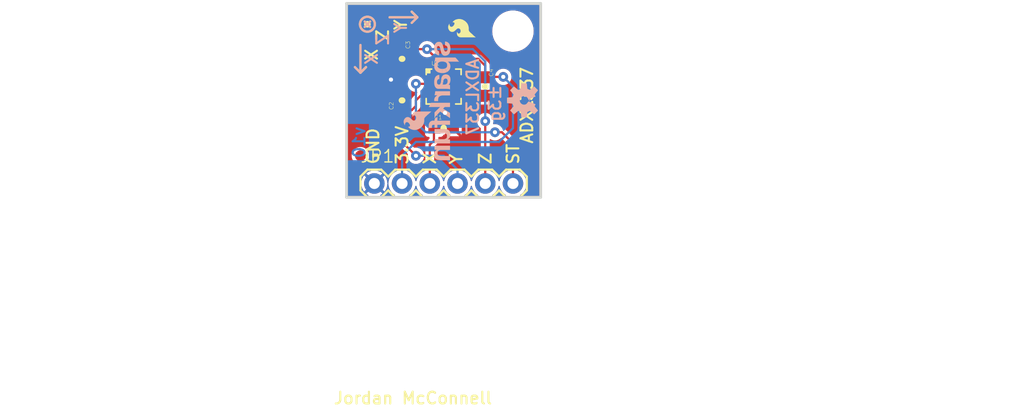
<source format=kicad_pcb>
(kicad_pcb (version 20221018) (generator pcbnew)
  (layers (0 "F.Cu" signal) (31 "B.Cu" signal) (34 "B.Paste" user) (35 "F.Paste" user) (36 "B.SilkS" user "B.Silkscreen") (37 "F.SilkS" user "F.Silkscreen") (38 "B.Mask" user) (39 "F.Mask" user) (44 "Edge.Cuts" user))
  (net 0 "")
  (net 1 "3.3V")
  (net 2 "GND")
  (net 3 "ST")
  (net 4 "X")
  (net 5 "Y")
  (net 6 "Z")
  (footprint "working:0603-CAP" (layer "F.Cu") (at 152.3111 103.7336 -90)
    (fp_text reference "C4" (at -0.889 -0.762 -90) (layer "F.SilkS") (effects (font (size 0.373888 0.373888) (thickness 0.032512)) (justify left bottom)))
    (fp_text value "0.1uF")
    (fp_line (start 0 -0.0305) (end 0 0.0305) (stroke (width 0.5588)) (layer "F.SilkS"))
    (pad "1" smd rect (at -0.85 0 270) (size 1.1 1) (layers "F.Cu" "F.Paste" "F.Mask") (net 1 "3.3V"))
    (pad "2" smd rect (at 0.85 0 270) (size 1.1 1) (layers "F.Cu" "F.Paste" "F.Mask") (net 2 "GND"))
  )
  (footprint "working:FIDUCIAL-1X2" (layer "F.Cu") (at 152.3111 97.3836)
    (fp_text reference "FID1" hide)
    (fp_text value "FIDUCIAL1X2" hide)
    (pad "1" smd roundrect (at 0 0) (size 1 1) (layers "F.Cu" "F.Mask") (roundrect_rratio 0.5))
  )
  (footprint "working:FIDUCIAL-1X2" (layer "F.Cu") (at 140.8811 110.0836)
    (fp_text reference "FID2" hide)
    (fp_text value "FIDUCIAL1X2" hide)
    (pad "1" smd roundrect (at 0 0) (size 1 1) (layers "F.Cu" "F.Mask") (roundrect_rratio 0.5))
  )
  (footprint "working:CREATIVE_COMMONS" (layer "F.Cu") (at 128.1811 130.4036)
    (fp_text reference "FRAME1" hide)
    (fp_text value "FRAME-LETTER" hide)
  )
  (footprint "working:SFE_LOGO_FLAME_.1" (layer "F.Cu") (at 151.8031 99.5426 90)
    (fp_text reference "LOGO1" hide)
    (fp_text value "SFE_LOGO_FLAME.1_INCH" hide)
    (fp_poly (pts (xy 1.4 -2.87) (xy 1.54 -2.8) (xy 1.58 -2.77) (xy 1.59 -2.76) (xy 1.58 -2.76) (xy 1.56 -2.77) (xy 1.5 -2.77) (xy 1.46 -2.76) (xy 1.41 -2.75) (xy 1.37 -2.73) (xy 1.33 -2.7) (xy 1.31 -2.67) (xy 1.3 -2.65) (xy 1.29 -2.62) (xy 1.29 -2.56) (xy 1.3 -2.52) (xy 1.34 -2.46) (xy 1.4 -2.4) (xy 1.44 -2.37) (xy 1.47 -2.35) (xy 1.51 -2.33) (xy 1.59 -2.31) (xy 1.62 -2.31) (xy 1.65 -2.32) (xy 1.68 -2.35) (xy 1.69 -2.37) (xy 1.7 -2.4) (xy 1.7 -2.49) (xy 1.78 -2.44) (xy 1.86 -2.35) (xy 1.93 -2.24) (xy 1.98 -2.09) (xy 2.01 -1.93) (xy 2 -1.76) (xy 1.95 -1.57) (xy 1.85 -1.39) (xy 1.78 -1.3) (xy 1.7 -1.22) (xy 1.62 -1.15) (xy 1.52 -1.09) (xy 1.42 -1.05) (xy 1.31 -1.02) (xy 1.19 -1) (xy 1 -1) (xy 0.94 -0.99) (xy 0.84 -0.93) (xy 0.74 -0.83) (xy 0.62 -0.69) (xy 0.5 -0.57) (xy 0.45 -0.51) (xy 0.4 -0.46) (xy 0.37 -0.41) (xy 0.32 -0.36) (xy 0.32 -1.73) (xy 0.33 -1.81) (xy 0.35 -1.88) (xy 0.41 -1.98) (xy 0.46 -2.02) (xy 0.5 -2.05) (xy 0.55 -2.07) (xy 0.6 -2.08) (xy 0.66 -2.09) (xy 0.78 -2.09) (xy 0.82 -2.07) (xy 0.81 -2.06) (xy 0.77 -2.04) (xy 0.74 -2.03) (xy 0.68 -1.97) (xy 0.67 -1.94) (xy 0.67 -1.9) (xy 0.68 -1.87) (xy 0.7 -1.84) (xy 0.76 -1.78) (xy 0.81 -1.76) (xy 0.86 -1.75) (xy 0.94 -1.75) (xy 1.02 -1.77) (xy 1.08 -1.81) (xy 1.12 -1.86) (xy 1.14 -1.92) (xy 1.14 -1.99) (xy 1.11 -2.07) (xy 1.04 -2.14) (xy 0.96 -2.23) (xy 0.89 -2.31) (xy 0.84 -2.4) (xy 0.82 -2.49) (xy 0.82 -2.57) (xy 0.85 -2.66) (xy 0.9 -2.74) (xy 0.99 -2.81) (xy 1.1 -2.87) (xy 1.21 -2.89) (xy 1.31 -2.89)) (fill solid) (layer "F.SilkS"))
  )
  (footprint "working:0603-CAP" (layer "F.Cu") (at 144.6911 101.1936 -90)
    (fp_text reference "C3" (at -0.889 -0.762 -90) (layer "F.SilkS") (effects (font (size 0.373888 0.373888) (thickness 0.032512)) (justify left bottom)))
    (fp_text value "10nF")
    (fp_line (start 0 -0.0305) (end 0 0.0305) (stroke (width 0.5588)) (layer "F.SilkS"))
    (pad "1" smd rect (at -0.85 0 270) (size 1.1 1) (layers "F.Cu" "F.Paste" "F.Mask") (net 6 "Z"))
    (pad "2" smd rect (at 0.85 0 270) (size 1.1 1) (layers "F.Cu" "F.Paste" "F.Mask") (net 2 "GND"))
  )
  (footprint "working:0603-CAP" (layer "F.Cu") (at 148.5011 107.5436)
    (fp_text reference "C1" (at -0.889 -0.762) (layer "F.SilkS") (effects (font (size 0.373888 0.373888) (thickness 0.032512)) (justify left bottom)))
    (fp_text value "10nF")
    (fp_line (start 0 -0.0305) (end 0 0.0305) (stroke (width 0.5588)) (layer "F.SilkS"))
    (pad "1" smd rect (at -0.85 0) (size 1.1 1) (layers "F.Cu" "F.Paste" "F.Mask") (net 4 "X"))
    (pad "2" smd rect (at 0.85 0) (size 1.1 1) (layers "F.Cu" "F.Paste" "F.Mask") (net 2 "GND"))
  )
  (footprint "working:1X06" (layer "F.Cu") (at 142.1511 112.6236)
    (fp_text reference "JP1" (at -1.3462 -1.8288) (layer "F.SilkS") (effects (font (size 1.143 1.143) (thickness 0.127)) (justify left bottom)))
    (fp_text value "")
    (fp_line (start -1.27 -0.635) (end -1.27 0.635) (stroke (width 0.2032)) (layer "F.SilkS"))
    (fp_line (start -1.27 0.635) (end -0.635 1.27) (stroke (width 0.2032)) (layer "F.SilkS"))
    (fp_line (start -0.635 -1.27) (end -1.27 -0.635) (stroke (width 0.2032)) (layer "F.SilkS"))
    (fp_line (start -0.635 -1.27) (end 0.635 -1.27) (stroke (width 0.2032)) (layer "F.SilkS"))
    (fp_line (start 0.635 -1.27) (end 1.27 -0.635) (stroke (width 0.2032)) (layer "F.SilkS"))
    (fp_line (start 0.635 1.27) (end -0.635 1.27) (stroke (width 0.2032)) (layer "F.SilkS"))
    (fp_line (start 1.27 -0.635) (end 1.905 -1.27) (stroke (width 0.2032)) (layer "F.SilkS"))
    (fp_line (start 1.27 0.635) (end 0.635 1.27) (stroke (width 0.2032)) (layer "F.SilkS"))
    (fp_line (start 1.905 -1.27) (end 3.175 -1.27) (stroke (width 0.2032)) (layer "F.SilkS"))
    (fp_line (start 1.905 1.27) (end 1.27 0.635) (stroke (width 0.2032)) (layer "F.SilkS"))
    (fp_line (start 3.175 -1.27) (end 3.81 -0.635) (stroke (width 0.2032)) (layer "F.SilkS"))
    (fp_line (start 3.175 1.27) (end 1.905 1.27) (stroke (width 0.2032)) (layer "F.SilkS"))
    (fp_line (start 3.81 -0.635) (end 4.445 -1.27) (stroke (width 0.2032)) (layer "F.SilkS"))
    (fp_line (start 3.81 0.635) (end 3.175 1.27) (stroke (width 0.2032)) (layer "F.SilkS"))
    (fp_line (start 4.445 -1.27) (end 5.715 -1.27) (stroke (width 0.2032)) (layer "F.SilkS"))
    (fp_line (start 4.445 1.27) (end 3.81 0.635) (stroke (width 0.2032)) (layer "F.SilkS"))
    (fp_line (start 5.715 -1.27) (end 6.35 -0.635) (stroke (width 0.2032)) (layer "F.SilkS"))
    (fp_line (start 5.715 1.27) (end 4.445 1.27) (stroke (width 0.2032)) (layer "F.SilkS"))
    (fp_line (start 6.35 0.635) (end 5.715 1.27) (stroke (width 0.2032)) (layer "F.SilkS"))
    (fp_line (start 6.35 0.635) (end 6.985 1.27) (stroke (width 0.2032)) (layer "F.SilkS"))
    (fp_line (start 6.985 -1.27) (end 6.35 -0.635) (stroke (width 0.2032)) (layer "F.SilkS"))
    (fp_line (start 6.985 -1.27) (end 8.255 -1.27) (stroke (width 0.2032)) (layer "F.SilkS"))
    (fp_line (start 8.255 -1.27) (end 8.89 -0.635) (stroke (width 0.2032)) (layer "F.SilkS"))
    (fp_line (start 8.255 1.27) (end 6.985 1.27) (stroke (width 0.2032)) (layer "F.SilkS"))
    (fp_line (start 8.89 -0.635) (end 9.525 -1.27) (stroke (width 0.2032)) (layer "F.SilkS"))
    (fp_line (start 8.89 0.635) (end 8.255 1.27) (stroke (width 0.2032)) (layer "F.SilkS"))
    (fp_line (start 9.525 -1.27) (end 10.795 -1.27) (stroke (width 0.2032)) (layer "F.SilkS"))
    (fp_line (start 9.525 1.27) (end 8.89 0.635) (stroke (width 0.2032)) (layer "F.SilkS"))
    (fp_line (start 10.795 -1.27) (end 11.43 -0.635) (stroke (width 0.2032)) (layer "F.SilkS"))
    (fp_line (start 10.795 1.27) (end 9.525 1.27) (stroke (width 0.2032)) (layer "F.SilkS"))
    (fp_line (start 11.43 -0.635) (end 12.065 -1.27) (stroke (width 0.2032)) (layer "F.SilkS"))
    (fp_line (start 11.43 0.635) (end 10.795 1.27) (stroke (width 0.2032)) (layer "F.SilkS"))
    (fp_line (start 12.065 -1.27) (end 13.335 -1.27) (stroke (width 0.2032)) (layer "F.SilkS"))
    (fp_line (start 12.065 1.27) (end 11.43 0.635) (stroke (width 0.2032)) (layer "F.SilkS"))
    (fp_line (start 13.335 -1.27) (end 13.97 -0.635) (stroke (width 0.2032)) (layer "F.SilkS"))
    (fp_line (start 13.335 1.27) (end 12.065 1.27) (stroke (width 0.2032)) (layer "F.SilkS"))
    (fp_line (start 13.97 -0.635) (end 13.97 0.635) (stroke (width 0.2032)) (layer "F.SilkS"))
    (fp_line (start 13.97 0.635) (end 13.335 1.27) (stroke (width 0.2032)) (layer "F.SilkS"))
    (pad "1" thru_hole circle (at 0 0 90) (size 1.8796 1.8796) (drill 1.016) (layers "*.Cu" "*.Mask") (net 2 "GND"))
    (pad "2" thru_hole circle (at 2.54 0 90) (size 1.8796 1.8796) (drill 1.016) (layers "*.Cu" "*.Mask") (net 1 "3.3V"))
    (pad "3" thru_hole circle (at 5.08 0 90) (size 1.8796 1.8796) (drill 1.016) (layers "*.Cu" "*.Mask") (net 4 "X"))
    (pad "4" thru_hole circle (at 7.62 0 90) (size 1.8796 1.8796) (drill 1.016) (layers "*.Cu" "*.Mask") (net 5 "Y"))
    (pad "5" thru_hole circle (at 10.16 0 90) (size 1.8796 1.8796) (drill 1.016) (layers "*.Cu" "*.Mask") (net 6 "Z"))
    (pad "6" thru_hole circle (at 12.7 0 90) (size 1.8796 1.8796) (drill 1.016) (layers "*.Cu" "*.Mask") (net 3 "ST"))
  )
  (footprint "working:STAND-OFF" (layer "F.Cu") (at 154.8511 98.6536)
    (fp_text reference "STANDOFF1" hide)
    (fp_text value "STAND-OFF" hide)
    (pad "" np_thru_hole circle (at 0 0) (size 3.302 3.302) (drill 3.302) (layers "*.Cu" "*.Mask"))
  )
  (footprint "working:LFCSP_LQ-16" (layer "F.Cu") (at 148.5011 103.7336)
    (fp_text reference "U1" (at -1.15 -1.9) (layer "F.SilkS") (effects (font (size 0.373888 0.373888) (thickness 0.032512)) (justify left bottom)))
    (fp_text value "ADXL337")
    (fp_line (start -1.6 -1.6) (end -1.1 -1.6) (stroke (width 0.15)) (layer "F.SilkS"))
    (fp_line (start -1.6 -1.1) (end -1.6 -1.6) (stroke (width 0.15)) (layer "F.SilkS"))
    (fp_line (start -1.6 1.6) (end -1.6 1.1) (stroke (width 0.15)) (layer "F.SilkS"))
    (fp_line (start -1.1 1.6) (end -1.6 1.6) (stroke (width 0.15)) (layer "F.SilkS"))
    (fp_line (start 1.1 -1.6) (end 1.6 -1.6) (stroke (width 0.15)) (layer "F.SilkS"))
    (fp_line (start 1.6 -1.6) (end 1.6 -1.1) (stroke (width 0.15)) (layer "F.SilkS"))
    (fp_line (start 1.6 1.1) (end 1.6 1.6) (stroke (width 0.15)) (layer "F.SilkS"))
    (fp_line (start 1.6 1.6) (end 1.1 1.6) (stroke (width 0.15)) (layer "F.SilkS"))
    (fp_poly (pts (xy -1.6 -1.2) (xy -1.2 -1.2) (xy -1.2 -1.6) (xy -1.6 -1.6)) (fill solid) (layer "F.SilkS"))
    (pad "1" smd rect (at -1.3 -0.75) (size 0.4 0.25) (layers "F.Cu" "F.Paste" "F.Mask"))
    (pad "2" smd rect (at -1.3 -0.25) (size 0.4 0.25) (layers "F.Cu" "F.Paste" "F.Mask") (net 3 "ST"))
    (pad "3" smd rect (at -1.3 0.25) (size 0.4 0.25) (layers "F.Cu" "F.Paste" "F.Mask"))
    (pad "4" smd rect (at -1.3 0.75) (size 0.4 0.25) (layers "F.Cu" "F.Paste" "F.Mask") (net 5 "Y"))
    (pad "5" smd rect (at -0.75 1.3 90) (size 0.4 0.25) (layers "F.Cu" "F.Paste" "F.Mask") (net 4 "X"))
    (pad "6" smd rect (at -0.25 1.3 90) (size 0.4 0.25) (layers "F.Cu" "F.Paste" "F.Mask") (net 2 "GND"))
    (pad "7" smd rect (at 0.25 1.3 90) (size 0.4 0.25) (layers "F.Cu" "F.Paste" "F.Mask") (net 2 "GND"))
    (pad "8" smd rect (at 0.75 1.3 90) (size 0.4 0.25) (layers "F.Cu" "F.Paste" "F.Mask"))
    (pad "9" smd rect (at 1.3 0.75 180) (size 0.4 0.25) (layers "F.Cu" "F.Paste" "F.Mask"))
    (pad "10" smd rect (at 1.3 0.25 180) (size 0.4 0.25) (layers "F.Cu" "F.Paste" "F.Mask"))
    (pad "11" smd rect (at 1.3 -0.25 180) (size 0.4 0.25) (layers "F.Cu" "F.Paste" "F.Mask"))
    (pad "12" smd rect (at 1.3 -0.75 180) (size 0.4 0.25) (layers "F.Cu" "F.Paste" "F.Mask"))
    (pad "13" smd rect (at 0.75 -1.3 270) (size 0.4 0.25) (layers "F.Cu" "F.Paste" "F.Mask"))
    (pad "14" smd rect (at 0.25 -1.3 270) (size 0.4 0.25) (layers "F.Cu" "F.Paste" "F.Mask") (net 1 "3.3V"))
    (pad "15" smd rect (at -0.25 -1.3 270) (size 0.4 0.25) (layers "F.Cu" "F.Paste" "F.Mask") (net 1 "3.3V"))
    (pad "16" smd rect (at -0.75 -1.3 270) (size 0.4 0.25) (layers "F.Cu" "F.Paste" "F.Mask") (net 6 "Z"))
    (pad "EXP" smd rect (at 0 0) (size 1.6 1.6) (layers "F.Cu"))
  )
  (footprint "working:0603-CAP" (layer "F.Cu") (at 144.6911 105.0036 90)
    (fp_text reference "C2" (at -0.889 -0.762 90) (layer "F.SilkS") (effects (font (size 0.373888 0.373888) (thickness 0.032512)) (justify left bottom)))
    (fp_text value "10nF")
    (fp_line (start 0 -0.0305) (end 0 0.0305) (stroke (width 0.5588)) (layer "F.SilkS"))
    (pad "1" smd rect (at -0.85 0 90) (size 1.1 1) (layers "F.Cu" "F.Paste" "F.Mask") (net 5 "Y"))
    (pad "2" smd rect (at 0.85 0 90) (size 1.1 1) (layers "F.Cu" "F.Paste" "F.Mask") (net 2 "GND"))
  )
  (footprint "working:SFE_LOGO_NAME_FLAME_.1" (layer "B.Cu") (at 150.0251 99.1616 -90)
    (fp_text reference "LOGO3" hide)
    (fp_text value "SFE_LOGO_NAME_FLAME.1_INCH" hide)
    (fp_poly (pts (xy 3.34 1.63) (xy 3.33 1.49) (xy 3.3 1.36) (xy 3.25 1.24) (xy 2.91 1.4) (xy 2.94 1.48) (xy 2.95 1.56) (xy 2.95 1.64)) (fill solid) (layer "B.SilkS"))
    (fp_poly (pts (xy 4.23 1.58) (xy 4.21 1.57) (xy 4.19 1.57) (xy 4.16 1.56) (xy 4.12 1.56) (xy 4.09 1.55) (xy 4.05 1.55) (xy 4.03 1.54) (xy 4.01 1.54) (xy 3.93 1.75) (xy 4.11 1.77) (xy 4.18 1.78)) (fill solid) (layer "B.SilkS"))
    (fp_poly (pts (xy 6.45 1.85) (xy 6.94 2.36) (xy 7.4 2.36) (xy 6.87 1.84) (xy 7.46 0.94) (xy 6.99 0.94) (xy 6.6 1.57) (xy 6.45 1.43) (xy 6.45 0.94) (xy 6.06 0.94) (xy 6.06 2.68) (xy 6.45 2.89)) (fill solid) (layer "B.SilkS"))
    (fp_poly (pts (xy 8.37 2.88) (xy 8.37 2.6) (xy 8.2 2.6) (xy 8.16 2.59) (xy 8.12 2.57) (xy 8.1 2.54) (xy 8.09 2.52) (xy 8.09 2.48) (xy 8.08 2.44) (xy 8.08 2.36) (xy 8.35 2.36) (xy 8.35 2.1) (xy 8.08 2.1) (xy 8.08 0.94) (xy 7.7 0.94) (xy 7.7 2.1) (xy 7.31 2.1) (xy 7.35 2.13) (xy 7.51 2.29) (xy 7.55 2.32) (xy 7.58 2.36) (xy 7.7 2.36) (xy 7.7 2.56) (xy 7.73 2.64) (xy 7.76 2.71) (xy 7.81 2.77) (xy 7.88 2.82) (xy 7.96 2.86) (xy 8.06 2.89) (xy 8.35 2.89)) (fill solid) (layer "B.SilkS"))
    (fp_poly (pts (xy 5.9 2.38) (xy 5.91 2.38) (xy 5.91 2.02) (xy 5.9 2.02) (xy 5.88 2.03) (xy 5.77 2.03) (xy 5.67 2.02) (xy 5.59 2) (xy 5.52 1.96) (xy 5.47 1.9) (xy 5.43 1.83) (xy 5.41 1.76) (xy 5.39 1.67) (xy 5.39 0.94) (xy 5 0.94) (xy 5 2.29) (xy 5.05 2.3) (xy 5.09 2.31) (xy 5.14 2.31) (xy 5.19 2.32) (xy 5.23 2.33) (xy 5.33 2.35) (xy 5.37 2.36) (xy 5.37 2.09) (xy 5.41 2.16) (xy 5.45 2.21) (xy 5.5 2.27) (xy 5.55 2.31) (xy 5.62 2.35) (xy 5.68 2.37) (xy 5.75 2.39) (xy 5.89 2.39)) (fill solid) (layer "B.SilkS"))
    (fp_poly (pts (xy 8.85 1.56) (xy 8.87 1.4) (xy 8.88 1.34) (xy 8.94 1.26) (xy 8.99 1.23) (xy 9.04 1.22) (xy 9.1 1.21) (xy 9.18 1.22) (xy 9.24 1.23) (xy 9.29 1.26) (xy 9.33 1.3) (xy 9.36 1.36) (xy 9.39 1.43) (xy 9.4 1.51) (xy 9.4 2.36) (xy 9.79 2.36) (xy 9.79 0.94) (xy 9.42 0.94) (xy 9.42 1.14) (xy 9.41 1.14) (xy 9.37 1.08) (xy 9.33 1.03) (xy 9.28 0.99) (xy 9.22 0.96) (xy 9.17 0.94) (xy 9.11 0.92) (xy 9.04 0.91) (xy 8.98 0.9) (xy 8.84 0.91) (xy 8.73 0.95) (xy 8.64 1) (xy 8.57 1.06) (xy 8.52 1.15) (xy 8.49 1.25) (xy 8.47 1.36) (xy 8.47 2.36) (xy 8.85 2.36)) (fill solid) (layer "B.SilkS"))
    (fp_poly (pts (xy 10.95 2.38) (xy 11.06 2.35) (xy 11.15 2.3) (xy 11.22 2.23) (xy 11.27 2.15) (xy 11.3 2.05) (xy 11.32 1.94) (xy 11.33 1.81) (xy 11.33 0.94) (xy 10.94 0.94) (xy 10.94 1.74) (xy 10.93 1.82) (xy 10.92 1.89) (xy 10.91 1.95) (xy 10.88 2) (xy 10.85 2.04) (xy 10.8 2.07) (xy 10.75 2.08) (xy 10.69 2.09) (xy 10.61 2.08) (xy 10.55 2.07) (xy 10.5 2.04) (xy 10.46 1.99) (xy 10.43 1.94) (xy 10.4 1.87) (xy 10.39 1.78) (xy 10.39 0.94) (xy 10 0.94) (xy 10 2.36) (xy 10.37 2.36) (xy 10.37 2.16) (xy 10.38 2.16) (xy 10.42 2.22) (xy 10.46 2.26) (xy 10.51 2.3) (xy 10.57 2.34) (xy 10.69 2.38) (xy 10.75 2.39) (xy 10.81 2.39)) (fill solid) (layer "B.SilkS"))
    (fp_poly (pts (xy 2.85 2.38) (xy 2.99 2.33) (xy 3.1 2.26) (xy 3.19 2.16) (xy 3.26 2.05) (xy 3.3 1.92) (xy 3.33 1.78) (xy 3.34 1.63) (xy 2.95 1.64) (xy 2.95 1.73) (xy 2.94 1.81) (xy 2.91 1.89) (xy 2.88 1.96) (xy 2.83 2.02) (xy 2.77 2.06) (xy 2.7 2.09) (xy 2.61 2.1) (xy 2.53 2.09) (xy 2.45 2.06) (xy 2.4 2.02) (xy 2.35 1.96) (xy 2.32 1.89) (xy 2.29 1.81) (xy 2.28 1.73) (xy 2.28 1.56) (xy 2.32 1.4) (xy 2.35 1.33) (xy 2.4 1.28) (xy 2.46 1.23) (xy 2.53 1.21) (xy 2.62 1.2) (xy 2.7 1.21) (xy 2.78 1.23) (xy 2.84 1.28) (xy 2.88 1.33) (xy 2.91 1.4) (xy 3.25 1.24) (xy 3.19 1.13) (xy 3.1 1.04) (xy 2.99 0.96) (xy 2.87 0.92) (xy 2.72 0.9) (xy 2.54 0.93) (xy 2.48 0.96) (xy 2.38 1.02) (xy 2.3 1.12) (xy 2.29 1.12) (xy 2.29 0.1) (xy 2.2 0.19) (xy 2.05 0.31) (xy 1.96 0.4) (xy 1.91 0.44) (xy 1.91 2.29) (xy 1.95 2.3) (xy 2 2.31) (xy 2.05 2.31) (xy 2.09 2.32) (xy 2.14 2.33) (xy 2.18 2.34) (xy 2.28 2.36) (xy 2.28 2.18) (xy 2.32 2.23) (xy 2.36 2.27) (xy 2.41 2.31) (xy 2.51 2.37) (xy 2.63 2.39) (xy 2.7 2.39)) (fill solid) (layer "B.SilkS"))
    (fp_poly (pts (xy 1.31 2.37) (xy 1.41 2.34) (xy 1.5 2.3) (xy 1.58 2.24) (xy 1.64 2.16) (xy 1.69 2.06) (xy 1.71 1.94) (xy 1.34 1.94) (xy 1.33 1.99) (xy 1.31 2.04) (xy 1.29 2.07) (xy 1.26 2.09) (xy 1.22 2.11) (xy 1.17 2.13) (xy 1 2.13) (xy 0.97 2.12) (xy 0.93 2.11) (xy 0.9 2.1) (xy 0.86 2.04) (xy 0.86 2) (xy 0.87 1.96) (xy 0.9 1.92) (xy 0.94 1.89) (xy 1 1.86) (xy 1.06 1.84) (xy 1.14 1.83) (xy 1.38 1.77) (xy 1.47 1.75) (xy 1.61 1.67) (xy 1.67 1.62) (xy 1.71 1.56) (xy 1.74 1.49) (xy 1.75 1.4) (xy 1.73 1.27) (xy 1.69 1.16) (xy 1.63 1.08) (xy 1.55 1.01) (xy 1.45 0.96) (xy 1.34 0.93) (xy 1.22 0.91) (xy 1.1 0.9) (xy 0.98 0.91) (xy 0.86 0.93) (xy 0.75 0.96) (xy 0.65 1.01) (xy 0.57 1.08) (xy 0.5 1.17) (xy 0.46 1.27) (xy 0.44 1.4) (xy 0.81 1.4) (xy 0.81 1.34) (xy 0.83 1.29) (xy 0.86 1.25) (xy 0.94 1.19) (xy 1 1.18) (xy 1.05 1.17) (xy 1.11 1.16) (xy 1.15 1.17) (xy 1.19 1.17) (xy 1.23 1.18) (xy 1.27 1.2) (xy 1.31 1.23) (xy 1.34 1.26) (xy 1.36 1.34) (xy 1.35 1.38) (xy 1.33 1.42) (xy 1.29 1.45) (xy 1.24 1.48) (xy 1.18 1.5) (xy 1.02 1.54) (xy 0.92 1.56) (xy 0.83 1.58) (xy 0.75 1.61) (xy 0.68 1.64) (xy 0.61 1.68) (xy 0.55 1.72) (xy 0.51 1.78) (xy 0.48 1.85) (xy 0.47 1.94) (xy 0.48 2.06) (xy 0.52 2.16) (xy 0.59 2.24) (xy 0.66 2.3) (xy 0.76 2.35) (xy 0.86 2.37) (xy 0.97 2.39) (xy 1.2 2.39)) (fill solid) (layer "B.SilkS"))
    (fp_poly (pts (xy 7.95 5.16) (xy 8.03 5.13) (xy 8.09 5.1) (xy 8.13 5.07) (xy 8.14 5.06) (xy 8.11 5.06) (xy 8.08 5.07) (xy 8.05 5.07) (xy 8.01 5.06) (xy 7.96 5.05) (xy 7.92 5.03) (xy 7.88 5) (xy 7.86 4.97) (xy 7.85 4.94) (xy 7.84 4.92) (xy 7.83 4.89) (xy 7.84 4.86) (xy 7.85 4.82) (xy 7.87 4.79) (xy 7.89 4.75) (xy 7.92 4.72) (xy 7.95 4.7) (xy 7.99 4.67) (xy 8.02 4.65) (xy 8.1 4.61) (xy 8.17 4.61) (xy 8.2 4.62) (xy 8.23 4.64) (xy 8.25 4.7) (xy 8.25 4.78) (xy 8.33 4.74) (xy 8.41 4.65) (xy 8.48 4.53) (xy 8.53 4.39) (xy 8.56 4.23) (xy 8.55 4.05) (xy 8.5 3.87) (xy 8.4 3.69) (xy 8.33 3.6) (xy 8.25 3.52) (xy 8.17 3.45) (xy 8.07 3.39) (xy 7.97 3.35) (xy 7.86 3.32) (xy 7.74 3.3) (xy 7.55 3.3) (xy 7.49 3.29) (xy 7.44 3.26) (xy 7.34 3.18) (xy 7.29 3.12) (xy 7.16 2.99) (xy 7.11 2.92) (xy 7.05 2.86) (xy 7 2.8) (xy 6.95 2.75) (xy 6.92 2.71) (xy 6.89 2.68) (xy 6.87 2.65) (xy 6.86 2.65) (xy 6.86 3.93) (xy 6.88 4.11) (xy 6.9 4.17) (xy 6.93 4.23) (xy 6.96 4.28) (xy 7.01 4.31) (xy 7.05 4.34) (xy 7.15 4.38) (xy 7.21 4.39) (xy 7.29 4.39) (xy 7.33 4.38) (xy 7.35 4.38) (xy 7.37 4.37) (xy 7.36 4.36) (xy 7.32 4.34) (xy 7.29 4.33) (xy 7.25 4.29) (xy 7.23 4.26) (xy 7.22 4.23) (xy 7.22 4.2) (xy 7.23 4.17) (xy 7.25 4.13) (xy 7.28 4.1) (xy 7.31 4.08) (xy 7.36 4.06) (xy 7.41 4.05) (xy 7.49 4.05) (xy 7.57 4.07) (xy 7.63 4.11) (xy 7.67 4.16) (xy 7.69 4.22) (xy 7.69 4.29) (xy 7.66 4.36) (xy 7.59 4.44) (xy 7.51 4.53) (xy 7.44 4.61) (xy 7.39 4.7) (xy 7.37 4.79) (xy 7.37 4.87) (xy 7.4 4.96) (xy 7.45 5.03) (xy 7.54 5.11) (xy 7.65 5.17) (xy 7.76 5.19) (xy 7.86 5.19)) (fill solid) (layer "B.SilkS"))
    (fp_poly (pts (xy 4.32 2.38) (xy 4.38 2.38) (xy 4.43 2.37) (xy 4.48 2.35) (xy 4.53 2.34) (xy 4.58 2.32) (xy 4.7 2.23) (xy 4.73 2.19) (xy 4.75 2.15) (xy 4.77 2.1) (xy 4.78 2.05) (xy 4.78 1.18) (xy 4.79 1.16) (xy 4.79 1.07) (xy 4.8 1.05) (xy 4.8 1.03) (xy 4.81 1.01) (xy 4.81 0.98) (xy 4.82 0.96) (xy 4.83 0.95) (xy 4.83 0.94) (xy 4.44 0.94) (xy 4.44 0.95) (xy 4.43 0.96) (xy 4.43 0.97) (xy 4.42 0.98) (xy 4.42 1.01) (xy 4.41 1.02) (xy 4.41 1.08) (xy 4.39 1.05) (xy 4.36 1.03) (xy 4.34 1.01) (xy 4.31 0.99) (xy 4.28 0.98) (xy 4.25 0.96) (xy 4.13 0.92) (xy 4.1 0.92) (xy 4.07 0.91) (xy 4.03 0.91) (xy 4 0.9) (xy 3.89 0.9) (xy 3.84 0.91) (xy 3.79 0.91) (xy 3.75 0.92) (xy 3.7 0.94) (xy 3.66 0.96) (xy 3.63 0.98) (xy 3.59 1) (xy 3.56 1.03) (xy 3.54 1.06) (xy 3.51 1.1) (xy 3.49 1.13) (xy 3.48 1.18) (xy 3.46 1.22) (xy 3.46 1.27) (xy 3.45 1.32) (xy 3.47 1.43) (xy 3.5 1.52) (xy 3.54 1.59) (xy 3.61 1.65) (xy 3.68 1.69) (xy 3.76 1.72) (xy 3.84 1.74) (xy 3.93 1.75) (xy 4.01 1.54) (xy 3.98 1.53) (xy 3.96 1.52) (xy 3.95 1.51) (xy 3.91 1.49) (xy 3.9 1.48) (xy 3.88 1.47) (xy 3.85 1.41) (xy 3.85 1.39) (xy 3.84 1.37) (xy 3.84 1.32) (xy 3.85 1.29) (xy 3.85 1.27) (xy 3.86 1.25) (xy 3.87 1.24) (xy 3.88 1.22) (xy 3.9 1.21) (xy 3.91 1.2) (xy 3.95 1.18) (xy 3.97 1.18) (xy 3.99 1.17) (xy 4.01 1.17) (xy 4.03 1.16) (xy 4.08 1.16) (xy 4.13 1.17) (xy 4.18 1.17) (xy 4.22 1.19) (xy 4.26 1.2) (xy 4.29 1.22) (xy 4.31 1.24) (xy 4.33 1.27) (xy 4.35 1.29) (xy 4.37 1.35) (xy 4.38 1.37) (xy 4.39 1.4) (xy 4.39 1.63) (xy 4.37 1.61) (xy 4.35 1.61) (xy 4.31 1.59) (xy 4.29 1.59) (xy 4.27 1.58) (xy 4.23 1.58) (xy 4.18 1.78) (xy 4.25 1.8) (xy 4.31 1.82) (xy 4.36 1.85) (xy 4.39 1.89) (xy 4.39 2) (xy 4.36 2.06) (xy 4.35 2.07) (xy 4.34 2.09) (xy 4.28 2.12) (xy 4.26 2.12) (xy 4.24 2.13) (xy 4.06 2.13) (xy 3.96 2.08) (xy 3.92 2.04) (xy 3.91 2.02) (xy 3.9 1.99) (xy 3.89 1.97) (xy 3.89 1.92) (xy 3.5 1.92) (xy 3.52 2.04) (xy 3.54 2.1) (xy 3.57 2.14) (xy 3.6 2.19) (xy 3.63 2.23) (xy 3.67 2.26) (xy 3.77 2.32) (xy 3.82 2.34) (xy 3.87 2.35) (xy 3.93 2.37) (xy 3.99 2.38) (xy 4.04 2.39) (xy 4.27 2.39)) (fill solid) (layer "B.SilkS"))
  )
  (footprint "working:OSHW-LOGO-S" (layer "B.Cu") (at 155.8671 105.0036 -90)
    (fp_text reference "LOGO2" hide)
    (fp_text value "OSHW-LOGOS" hide)
    (fp_poly (pts (xy 0.301646 1.06135) (xy 0.42347 1.022344) (xy 0.537176 0.963768) (xy 0.92862 1.282946) (xy 1.282946 0.92862) (xy 0.961034 0.533823) (xy 1.057045 0.302084) (xy 1.5638 0.250561) (xy 1.5638 -0.250561) (xy 1.057045 -0.302084) (xy 0.961034 -0.533823) (xy 1.282946 -0.92862) (xy 0.92862 -1.282946) (xy 0.537177 -0.963769) (xy 0.356601 -1.056794) (xy 0.088679 -0.410073) (xy 0.326262 -0.217599) (xy 0.373649 -0.121467) (xy 0.392728 -0.010339) (xy 0.379464 0.101633) (xy 0.334947 0.205228) (xy 0.262841 0.291917) (xy 0.169087 0.35456) (xy 0.061406 0.387998) (xy -0.051341 0.38948) (xy -0.159867 0.358881) (xy -0.255233 0.298724) (xy -0.329589 0.213961) (xy -0.376813 0.111569) (xy -0.392175 0.005766) (xy -0.322922 -0.222564) (xy -0.249312 -0.303772) (xy 0.091677 -0.5081) (xy -0.12929 -0.5081) (xy -0.355332 -1.053732) (xy -0.506597 -0.983577) (xy -0.538921 -0.965192) (xy -0.92862 -1.282946) (xy -1.282946 -0.92862) (xy -0.961034 -0.533823) (xy -1.057045 -0.302084) (xy -1.5638 -0.250561) (xy -1.5638 0.250561) (xy -1.057045 0.302084) (xy -0.961034 0.533823) (xy -1.282946 0.92862) (xy -0.92862 1.282946) (xy -0.533823 0.961034) (xy -0.302084 1.057045) (xy -0.250561 1.5638) (xy 0.250561 1.5638)) (fill solid) (layer "B.SilkS"))
  )
  (gr_line (start 141.3891 101.9556) (end 140.8811 102.4636) (stroke (width 0.2032)) (layer "B.SilkS"))
  (gr_line (start 143.5481 97.3836) (end 146.0881 97.3836) (stroke (width 0.2032)) (layer "B.SilkS"))
  (gr_line (start 146.0881 97.3836) (end 145.5801 97.8916) (stroke (width 0.2032)) (layer "B.SilkS"))
  (gr_line (start 141.7701 97.7646) (end 141.2621 98.2726) (stroke (width 0.2032)) (layer "B.SilkS"))
  (gr_line (start 145.5801 96.8756) (end 146.0881 97.3836) (stroke (width 0.2032)) (layer "B.SilkS"))
  (gr_circle (center 141.5161 98.0186) (end 142.200015 98.0186) (stroke (width 0.2032)) (fill none) (layer "B.SilkS"))
  (gr_line (start 140.8811 99.9236) (end 140.8811 102.4636) (stroke (width 0.2032)) (layer "B.SilkS"))
  (gr_line (start 141.7701 98.2726) (end 141.2621 97.7646) (stroke (width 0.2032)) (layer "B.SilkS"))
  (gr_line (start 140.8811 102.4636) (end 140.3731 101.9556) (stroke (width 0.2032)) (layer "B.SilkS"))
  (gr_line (start 140.8811 99.9236) (end 140.8811 102.4636) (stroke (width 0.2032)) (layer "F.SilkS"))
  (gr_circle (center 141.5161 98.0186) (end 142.200015 98.0186) (stroke (width 0.2032)) (fill none) (layer "F.SilkS"))
  (gr_line (start 140.8811 102.4636) (end 140.3731 101.9556) (stroke (width 0.2032)) (layer "F.SilkS"))
  (gr_line (start 146.0881 97.3836) (end 145.5801 96.8756) (stroke (width 0.2032)) (layer "F.SilkS"))
  (gr_line (start 143.5481 97.3836) (end 146.0881 97.3836) (stroke (width 0.2032)) (layer "F.SilkS"))
  (gr_line (start 140.8811 102.4636) (end 141.3891 101.9556) (stroke (width 0.2032)) (layer "F.SilkS"))
  (gr_line (start 146.0881 97.3836) (end 145.5801 97.8916) (stroke (width 0.2032)) (layer "F.SilkS"))
  (gr_line (start 141.3891 101.9556) (end 140.8811 102.4636) (stroke (width 0.2032)) (layer "F.SilkS"))
  (gr_circle (center 141.5161 98.0186) (end 141.6685 98.0186) (stroke (width 0.3048)) (fill none) (layer "F.SilkS"))
  (gr_line (start 145.5801 96.8756) (end 146.0881 97.3836) (stroke (width 0.2032)) (layer "F.SilkS"))
  (gr_line (start 157.3911 96.1136) (end 139.6111 96.1136) (stroke (width 0.254)) (layer "Edge.Cuts"))
  (gr_line (start 157.3911 113.8936) (end 157.3911 96.1136) (stroke (width 0.254)) (layer "Edge.Cuts"))
  (gr_line (start 139.6111 113.8936) (end 157.3911 113.8936) (stroke (width 0.254)) (layer "Edge.Cuts"))
  (gr_line (start 139.6111 96.1136) (end 139.6111 113.8936) (stroke (width 0.254)) (layer "Edge.Cuts"))
  (gr_text "v10" (at 141.3891 107.2896 -270) (layer "B.Cu") (effects (font (size 1.0795 1.0795) (thickness 0.1905)) (justify left bottom mirror)))
  (gr_text "Y" (at 145.1991 97.7646 -270) (layer "B.SilkS") (effects (font (size 1.0795 1.0795) (thickness 0.1905)) (justify left bottom mirror)))
  (gr_text "ADXL337" (at 151.8031 101.0666 -270) (layer "B.SilkS") (effects (font (size 1.0795 1.0795) (thickness 0.1905)) (justify left bottom mirror)))
  (gr_text "X" (at 142.5321 100.5586 -270) (layer "B.SilkS") (effects (font (size 1.0795 1.0795) (thickness 0.1905)) (justify left bottom mirror)))
  (gr_text "Z" (at 143.5481 98.7806 -270) (layer "B.SilkS") (effects (font (size 1.0795 1.0795) (thickness 0.1905)) (justify left bottom mirror)))
  (gr_text "±3g" (at 153.8351 103.4796 -270) (layer "B.SilkS") (effects (font (size 1.0795 1.0795) (thickness 0.1905)) (justify left bottom mirror)))
  (gr_text "ST" (at 155.4861 110.9726 90) (layer "F.SilkS") (effects (font (size 1.0795 1.0795) (thickness 0.1905)) (justify left bottom)))
  (gr_text "Y" (at 145.1991 98.6536 90) (layer "F.SilkS") (effects (font (size 1.0795 1.0795) (thickness 0.1905)) (justify left bottom)))
  (gr_text "ADXL337" (at 156.7561 109.0676 90) (layer "F.SilkS") (effects (font (size 1.0795 1.0795) (thickness 0.1905)) (justify left bottom)))
  (gr_text "Y" (at 150.2791 110.9726 90) (layer "F.SilkS") (effects (font (size 1.0795 1.0795) (thickness 0.1905)) (justify left bottom)))
  (gr_text "Z" (at 152.9461 110.9726 90) (layer "F.SilkS") (effects (font (size 1.0795 1.0795) (thickness 0.1905)) (justify left bottom)))
  (gr_text "Z" (at 143.5481 99.6696 90) (layer "F.SilkS") (effects (font (size 1.0795 1.0795) (thickness 0.1905)) (justify left bottom)))
  (gr_text "X" (at 147.8661 110.9726 90) (layer "F.SilkS") (effects (font (size 1.0795 1.0795) (thickness 0.1905)) (justify left bottom)))
  (gr_text "3.3V" (at 145.3261 110.9726 90) (layer "F.SilkS") (effects (font (size 1.0795 1.0795) (thickness 0.1905)) (justify left bottom)))
  (gr_text "Jordan McConnell" (at 138.3411 132.9436) (layer "F.SilkS") (effects (font (size 1.0795 1.0795) (thickness 0.1905)) (justify left bottom)))
  (gr_text "GND" (at 142.6591 110.9726 90) (layer "F.SilkS") (effects (font (size 1.0795 1.0795) (thickness 0.1905)) (justify left bottom)))
  (gr_text "X" (at 142.5321 101.4476 90) (layer "F.SilkS") (effects (font (size 1.0795 1.0795) (thickness 0.1905)) (justify left bottom)))
  (segment (start 148.2511 101.4436) (end 148.5011 101.1936) (width 0.2032) (layer "F.Cu") (net 1))
  (segment (start 148.2511 102.4336) (end 148.2511 101.4436) (width 0.2032) (layer "F.Cu") (net 1))
  (segment (start 153.9621 102.8446) (end 152.3501 102.8446) (width 0.2032) (layer "F.Cu") (net 1))
  (segment (start 148.5011 101.1936) (end 151.6761 101.1936) (width 0.2032) (layer "F.Cu") (net 1))
  (segment (start 151.6761 101.1936) (end 152.3111 101.8286) (width 0.2032) (layer "F.Cu") (net 1))
  (segment (start 152.3111 101.8286) (end 152.3111 102.8836) (width 0.2032) (layer "F.Cu") (net 1))
  (segment (start 152.3501 102.8446) (end 152.3111 102.8836) (width 0.2032) (layer "F.Cu") (net 1))
  (segment (start 148.7511 102.4336) (end 148.2511 102.4336) (width 0.2032) (layer "F.Cu") (net 1))
  (via (at 153.9621 102.8446) (size 0.889) (drill 0.381) (layers "F.Cu" "B.Cu") (net 1))
  (segment (start 154.8511 107.5436) (end 154.8511 103.7336) (width 0.2032) (layer "B.Cu") (net 1))
  (segment (start 153.5811 108.8136) (end 154.8511 107.5436) (width 0.2032) (layer "B.Cu") (net 1))
  (segment (start 144.6911 110.0836) (end 145.9611 108.8136) (width 0.2032) (layer "B.Cu") (net 1))
  (segment (start 144.6911 112.6236) (end 144.6911 110.0836) (width 0.2032) (layer "B.Cu") (net 1))
  (segment (start 145.9611 108.8136) (end 153.5811 108.8136) (width 0.2032) (layer "B.Cu") (net 1))
  (segment (start 154.8511 103.7336) (end 153.9621 102.8446) (width 0.2032) (layer "B.Cu") (net 1))
  (segment (start 148.7511 105.0336) (end 148.7511 105.6346) (width 0.2032) (layer "F.Cu") (net 2))
  (segment (start 152.3111 105.5116) (end 152.3111 104.5836) (width 0.2032) (layer "F.Cu") (net 2))
  (segment (start 149.1361 106.0196) (end 151.8031 106.0196) (width 0.2032) (layer "F.Cu") (net 2))
  (segment (start 148.2511 105.0336) (end 148.7511 105.0336) (width 0.2032) (layer "F.Cu") (net 2))
  (segment (start 148.7511 105.6346) (end 149.1361 106.0196) (width 0.2032) (layer "F.Cu") (net 2))
  (segment (start 151.8031 106.0196) (end 152.3111 105.5116) (width 0.2032) (layer "F.Cu") (net 2))
  (via (at 148.6281 106.1466) (size 0.889) (drill 0.381) (layers "F.Cu" "B.Cu") (net 2))
  (via (at 143.6751 103.0986) (size 0.889) (drill 0.381) (layers "F.Cu" "B.Cu") (net 2))
  (segment (start 154.8511 108.9406) (end 154.8511 112.6236) (width 0.2032) (layer "F.Cu") (net 3))
  (segment (start 153.2001 107.9246) (end 153.8351 107.9246) (width 0.2032) (layer "F.Cu") (net 3))
  (segment (start 153.8351 107.9246) (end 154.8511 108.9406) (width 0.2032) (layer "F.Cu") (net 3))
  (segment (start 145.9651 103.4836) (end 145.9611 103.4796) (width 0.2032) (layer "F.Cu") (net 3))
  (segment (start 147.2011 103.4836) (end 145.9651 103.4836) (width 0.2032) (layer "F.Cu") (net 3))
  (via (at 153.2001 107.9246) (size 0.889) (drill 0.381) (layers "F.Cu" "B.Cu") (net 3))
  (via (at 145.9611 103.4796) (size 0.889) (drill 0.381) (layers "F.Cu" "B.Cu") (net 3))
  (segment (start 145.9611 103.4796) (end 145.9611 107.0356) (width 0.2032) (layer "B.Cu") (net 3))
  (segment (start 145.9611 107.0356) (end 146.8501 107.9246) (width 0.2032) (layer "B.Cu") (net 3))
  (segment (start 146.8501 107.9246) (end 153.2001 107.9246) (width 0.2032) (layer "B.Cu") (net 3))
  (segment (start 147.7511 105.0336) (end 147.7511 106.6426) (width 0.2032) (layer "F.Cu") (net 4))
  (segment (start 147.6121 107.5046) (end 147.6511 107.5436) (width 0.2032) (layer "F.Cu") (net 4))
  (segment (start 147.6121 106.7816) (end 147.6121 107.5046) (width 0.2032) (layer "F.Cu") (net 4))
  (segment (start 147.2311 112.6236) (end 147.2311 109.0676) (width 0.2032) (layer "F.Cu") (net 4))
  (segment (start 147.6121 107.5826) (end 147.6511 107.5436) (width 0.2032) (layer "F.Cu") (net 4))
  (segment (start 147.7511 106.6426) (end 147.6121 106.7816) (width 0.2032) (layer "F.Cu") (net 4))
  (segment (start 147.6121 108.6866) (end 147.6121 107.5826) (width 0.2032) (layer "F.Cu") (net 4))
  (segment (start 147.2311 109.0676) (end 147.6121 108.6866) (width 0.2032) (layer "F.Cu") (net 4))
  (segment (start 145.5801 105.8926) (end 144.7301 105.8926) (width 0.2032) (layer "F.Cu") (net 5))
  (segment (start 145.9611 105.5116) (end 145.5801 105.8926) (width 0.2032) (layer "F.Cu") (net 5))
  (segment (start 144.7301 105.8926) (end 144.6911 105.8536) (width 0.2032) (layer "F.Cu") (net 5))
  (segment (start 146.4811 104.4836) (end 145.9611 105.0036) (width 0.2032) (layer "F.Cu") (net 5))
  (segment (start 144.6911 108.8136) (end 144.6911 105.8536) (width 0.2032) (layer "F.Cu") (net 5))
  (segment (start 147.2011 104.4836) (end 146.4811 104.4836) (width 0.2032) (layer "F.Cu") (net 5))
  (segment (start 145.9611 110.0836) (end 144.6911 108.8136) (width 0.2032) (layer "F.Cu") (net 5))
  (segment (start 145.9611 105.0036) (end 145.9611 105.5116) (width 0.2032) (layer "F.Cu") (net 5))
  (via (at 145.9611 110.0836) (size 0.889) (drill 0.381) (layers "F.Cu" "B.Cu") (net 5))
  (segment (start 149.7711 111.3536) (end 148.5011 110.0836) (width 0.2032) (layer "B.Cu") (net 5))
  (segment (start 148.5011 110.0836) (end 145.9611 110.0836) (width 0.2032) (layer "B.Cu") (net 5))
  (segment (start 149.7711 112.6236) (end 149.7711 111.3536) (width 0.2032) (layer "B.Cu") (net 5))
  (segment (start 147.7511 101.0786) (end 146.9771 100.3046) (width 0.2032) (layer "F.Cu") (net 6))
  (segment (start 146.9771 100.3046) (end 145.9611 100.3046) (width 0.2032) (layer "F.Cu") (net 6))
  (segment (start 145.9611 100.3046) (end 144.7301 100.3046) (width 0.2032) (layer "F.Cu") (net 6))
  (segment (start 144.7301 100.3046) (end 144.6911 100.3436) (width 0.2032) (layer "F.Cu") (net 6))
  (segment (start 144.7301 100.3046) (end 144.6911 100.3436) (width 0.2032) (layer "F.Cu") (net 6))
  (segment (start 145.9611 100.3046) (end 144.7301 100.3046) (width 0.2032) (layer "F.Cu") (net 6))
  (segment (start 147.7511 102.4336) (end 147.7511 101.0786) (width 0.2032) (layer "F.Cu") (net 6))
  (segment (start 152.3111 112.6236) (end 152.3111 106.9086) (width 0.2032) (layer "F.Cu") (net 6))
  (via (at 152.3111 106.9086) (size 0.889) (drill 0.381) (layers "F.Cu" "B.Cu") (net 6))
  (via (at 146.9771 100.3046) (size 0.889) (drill 0.381) (layers "F.Cu" "B.Cu") (net 6))
  (segment (start 152.3111 101.4476) (end 151.1681 100.3046) (width 0.2032) (layer "B.Cu") (net 6))
  (segment (start 152.3111 106.9086) (end 152.3111 101.4476) (width 0.2032) (layer "B.Cu") (net 6))
  (segment (start 151.1681 100.3046) (end 146.9771 100.3046) (width 0.2032) (layer "B.Cu") (net 6))
  (zone (net 2) (net_name "GND") (layer "F.Cu") (priority 6) (connect_pads (clearance 0.3048)) (min_thickness 0.1016) (fill yes (thermal_gap 0.2532) (thermal_bridge_width 0.2532) (island_removal_mode 1) (island_area_min 10))
    (polygon (pts (xy 157.4927 113.9952) (xy 139.5095 113.9952) (xy 139.5095 96.012) (xy 157.4927 96.012)))
  )
  (zone (net 2) (net_name "GND") (layer "B.Cu") (priority 6) (connect_pads (clearance 0.3048)) (min_thickness 0.1016) (fill yes (thermal_gap 0.2532) (thermal_bridge_width 0.2532) (island_removal_mode 1) (island_area_min 10))
    (polygon (pts (xy 157.4927 113.9952) (xy 139.5095 113.9952) (xy 139.5095 96.012) (xy 157.4927 96.012)))
  )
)
</source>
